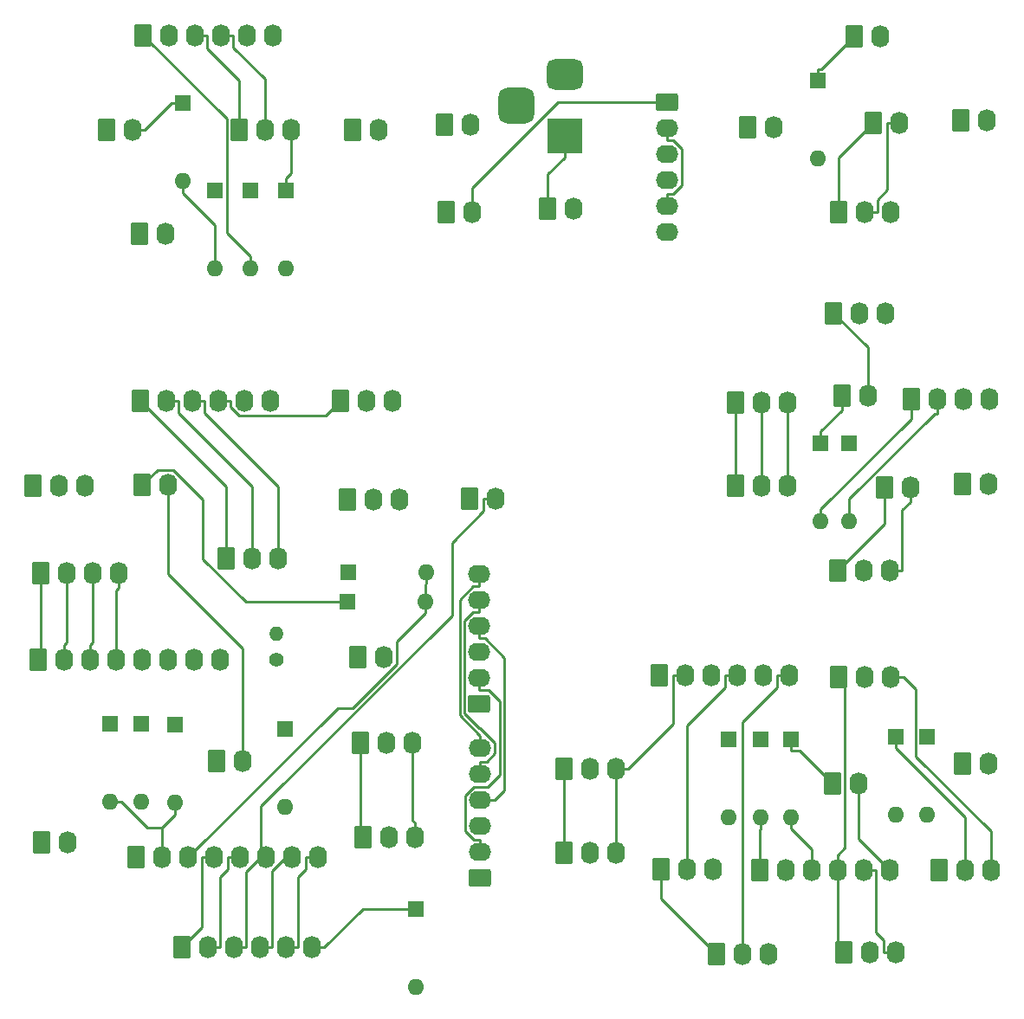
<source format=gbr>
G04 #@! TF.GenerationSoftware,KiCad,Pcbnew,8.0.7*
G04 #@! TF.CreationDate,2025-03-12T18:50:22+10:00*
G04 #@! TF.ProjectId,OH - Upper Mixed Small PCBs,4f48202d-2055-4707-9065-72204d697865,rev?*
G04 #@! TF.SameCoordinates,Original*
G04 #@! TF.FileFunction,Copper,L2,Bot*
G04 #@! TF.FilePolarity,Positive*
%FSLAX46Y46*%
G04 Gerber Fmt 4.6, Leading zero omitted, Abs format (unit mm)*
G04 Created by KiCad (PCBNEW 8.0.7) date 2025-03-12 18:50:22*
%MOMM*%
%LPD*%
G01*
G04 APERTURE LIST*
G04 Aperture macros list*
%AMRoundRect*
0 Rectangle with rounded corners*
0 $1 Rounding radius*
0 $2 $3 $4 $5 $6 $7 $8 $9 X,Y pos of 4 corners*
0 Add a 4 corners polygon primitive as box body*
4,1,4,$2,$3,$4,$5,$6,$7,$8,$9,$2,$3,0*
0 Add four circle primitives for the rounded corners*
1,1,$1+$1,$2,$3*
1,1,$1+$1,$4,$5*
1,1,$1+$1,$6,$7*
1,1,$1+$1,$8,$9*
0 Add four rect primitives between the rounded corners*
20,1,$1+$1,$2,$3,$4,$5,0*
20,1,$1+$1,$4,$5,$6,$7,0*
20,1,$1+$1,$6,$7,$8,$9,0*
20,1,$1+$1,$8,$9,$2,$3,0*%
G04 Aperture macros list end*
G04 #@! TA.AperFunction,ComponentPad*
%ADD10R,1.600000X1.600000*%
G04 #@! TD*
G04 #@! TA.AperFunction,ComponentPad*
%ADD11O,1.600000X1.600000*%
G04 #@! TD*
G04 #@! TA.AperFunction,ComponentPad*
%ADD12RoundRect,0.250000X-0.620000X-0.845000X0.620000X-0.845000X0.620000X0.845000X-0.620000X0.845000X0*%
G04 #@! TD*
G04 #@! TA.AperFunction,ComponentPad*
%ADD13O,1.740000X2.190000*%
G04 #@! TD*
G04 #@! TA.AperFunction,ComponentPad*
%ADD14C,1.400000*%
G04 #@! TD*
G04 #@! TA.AperFunction,ComponentPad*
%ADD15O,1.400000X1.400000*%
G04 #@! TD*
G04 #@! TA.AperFunction,ComponentPad*
%ADD16RoundRect,0.875000X-0.875000X0.875000X-0.875000X-0.875000X0.875000X-0.875000X0.875000X0.875000X0*%
G04 #@! TD*
G04 #@! TA.AperFunction,ComponentPad*
%ADD17RoundRect,0.750000X-1.000000X0.750000X-1.000000X-0.750000X1.000000X-0.750000X1.000000X0.750000X0*%
G04 #@! TD*
G04 #@! TA.AperFunction,ComponentPad*
%ADD18R,3.500000X3.500000*%
G04 #@! TD*
G04 #@! TA.AperFunction,ComponentPad*
%ADD19O,1.740000X2.200000*%
G04 #@! TD*
G04 #@! TA.AperFunction,ComponentPad*
%ADD20RoundRect,0.250000X-0.620000X-0.850000X0.620000X-0.850000X0.620000X0.850000X-0.620000X0.850000X0*%
G04 #@! TD*
G04 #@! TA.AperFunction,ComponentPad*
%ADD21O,2.200000X1.740000*%
G04 #@! TD*
G04 #@! TA.AperFunction,ComponentPad*
%ADD22RoundRect,0.250000X-0.850000X0.620000X-0.850000X-0.620000X0.850000X-0.620000X0.850000X0.620000X0*%
G04 #@! TD*
G04 #@! TA.AperFunction,ComponentPad*
%ADD23RoundRect,0.250000X0.850000X-0.620000X0.850000X0.620000X-0.850000X0.620000X-0.850000X-0.620000X0*%
G04 #@! TD*
G04 #@! TA.AperFunction,Conductor*
%ADD24C,0.250000*%
G04 #@! TD*
G04 APERTURE END LIST*
D10*
X116500000Y-60880000D03*
D11*
X116500000Y-68500000D03*
D10*
X126500000Y-69380000D03*
D11*
X126500000Y-77000000D03*
D12*
X121960000Y-63500000D03*
D13*
X124500000Y-63500000D03*
X127040000Y-63500000D03*
D12*
X109000000Y-63500000D03*
D13*
X111540000Y-63500000D03*
D14*
X125603000Y-115316000D03*
D15*
X125603000Y-112776000D03*
D16*
X149097000Y-61071500D03*
D17*
X153797000Y-58071500D03*
D18*
X153797000Y-64071500D03*
D19*
X154686000Y-71183500D03*
D20*
X152146000Y-71183500D03*
D21*
X163766000Y-73469500D03*
X163766000Y-70929500D03*
X163766000Y-68389500D03*
X163766000Y-65849500D03*
X163766000Y-63309500D03*
D22*
X163766000Y-60769500D03*
D19*
X144716000Y-71501000D03*
D20*
X142176000Y-71501000D03*
D19*
X144590000Y-62928500D03*
D20*
X142050000Y-62928500D03*
D19*
X195174000Y-98094800D03*
D20*
X192634000Y-98094800D03*
D19*
X187579000Y-98425000D03*
D20*
X185039000Y-98425000D03*
D19*
X195072000Y-62534800D03*
D20*
X192532000Y-62534800D03*
D19*
X186500000Y-62801500D03*
D20*
X183960000Y-62801500D03*
D19*
X115062000Y-98171000D03*
D20*
X112522000Y-98171000D03*
D19*
X147066000Y-99568000D03*
D20*
X144526000Y-99568000D03*
D11*
X140208000Y-109601000D03*
D10*
X132588000Y-109601000D03*
D11*
X140272000Y-106744000D03*
D10*
X132652000Y-106744000D03*
D19*
X125032000Y-89979500D03*
X122492000Y-89979500D03*
X119952000Y-89979500D03*
X117412000Y-89979500D03*
X114872000Y-89979500D03*
D20*
X112332000Y-89979500D03*
D19*
X137604000Y-99631500D03*
X135064000Y-99631500D03*
D20*
X132524000Y-99631500D03*
D19*
X125794000Y-105410000D03*
X123254000Y-105410000D03*
D20*
X120714000Y-105410000D03*
D19*
X136970000Y-89979500D03*
X134430000Y-89979500D03*
D20*
X131890000Y-89979500D03*
D19*
X106934000Y-98234500D03*
X104394000Y-98234500D03*
D20*
X101854000Y-98234500D03*
D19*
X183439000Y-89458800D03*
D20*
X180899000Y-89458800D03*
D19*
X185166000Y-81407000D03*
X182626000Y-81407000D03*
D20*
X180086000Y-81407000D03*
D19*
X129096000Y-143383000D03*
X126556000Y-143383000D03*
X124016000Y-143383000D03*
X121476000Y-143383000D03*
X118936000Y-143383000D03*
D20*
X116396000Y-143383000D03*
D19*
X138938000Y-123444000D03*
X136398000Y-123444000D03*
D20*
X133858000Y-123444000D03*
D19*
X122301000Y-125222000D03*
D20*
X119761000Y-125222000D03*
D19*
X105220000Y-133160000D03*
D20*
X102680000Y-133160000D03*
D19*
X139128000Y-132652000D03*
X136588000Y-132652000D03*
D20*
X134048000Y-132652000D03*
D19*
X186118000Y-143891000D03*
X183578000Y-143891000D03*
D20*
X181038000Y-143891000D03*
D19*
X195199000Y-125476000D03*
D20*
X192659000Y-125476000D03*
D19*
X185674000Y-116967000D03*
X183134000Y-116967000D03*
D20*
X180594000Y-116967000D03*
D19*
X182499000Y-127381000D03*
D20*
X179959000Y-127381000D03*
D19*
X195453000Y-135890000D03*
X192913000Y-135890000D03*
D20*
X190373000Y-135890000D03*
D19*
X135572000Y-63500000D03*
D20*
X133032000Y-63500000D03*
D19*
X114808000Y-73660000D03*
D20*
X112268000Y-73660000D03*
D19*
X184658000Y-54292500D03*
D20*
X182118000Y-54292500D03*
D19*
X175592000Y-98234500D03*
X173052000Y-98234500D03*
D20*
X170512000Y-98234500D03*
D19*
X173736000Y-144082000D03*
X171196000Y-144082000D03*
D20*
X168656000Y-144082000D03*
D19*
X158764000Y-134176000D03*
X156224000Y-134176000D03*
D20*
X153684000Y-134176000D03*
D19*
X168275000Y-135763000D03*
X165735000Y-135763000D03*
D20*
X163195000Y-135763000D03*
D19*
X158764000Y-125984000D03*
X156224000Y-125984000D03*
D20*
X153684000Y-125984000D03*
D19*
X175592000Y-90106500D03*
X173052000Y-90106500D03*
D20*
X170512000Y-90106500D03*
D19*
X185547000Y-106553000D03*
X183007000Y-106553000D03*
D20*
X180467000Y-106553000D03*
D19*
X195275000Y-89814400D03*
X192735000Y-89814400D03*
X190195000Y-89814400D03*
D20*
X187655000Y-89814400D03*
D19*
X129667000Y-134620000D03*
X127127000Y-134620000D03*
X124587000Y-134620000D03*
X122047000Y-134620000D03*
X119507000Y-134620000D03*
X116967000Y-134620000D03*
X114427000Y-134620000D03*
D20*
X111887000Y-134620000D03*
D19*
X120078000Y-115316000D03*
X117538000Y-115316000D03*
X114998000Y-115316000D03*
X112458000Y-115316000D03*
X109918000Y-115316000D03*
X107378000Y-115316000D03*
X104838000Y-115316000D03*
D20*
X102298000Y-115316000D03*
D21*
X145542000Y-123952000D03*
X145542000Y-126492000D03*
X145542000Y-129032000D03*
X145542000Y-131572000D03*
X145542000Y-134112000D03*
D23*
X145542000Y-136652000D03*
D19*
X110236000Y-106807000D03*
X107696000Y-106807000D03*
X105156000Y-106807000D03*
D20*
X102616000Y-106807000D03*
D19*
X136080000Y-114998000D03*
D20*
X133540000Y-114998000D03*
D19*
X185547000Y-135826000D03*
X183007000Y-135826000D03*
X180467000Y-135826000D03*
X177927000Y-135826000D03*
X175387000Y-135826000D03*
D20*
X172847000Y-135826000D03*
D21*
X145415000Y-106934000D03*
X145415000Y-109474000D03*
X145415000Y-112014000D03*
X145415000Y-114554000D03*
X145415000Y-117094000D03*
D23*
X145415000Y-119634000D03*
D19*
X185674000Y-71501000D03*
X183134000Y-71501000D03*
D20*
X180594000Y-71501000D03*
D19*
X174244000Y-63246000D03*
D20*
X171704000Y-63246000D03*
D19*
X125286000Y-54229000D03*
X122746000Y-54229000D03*
X120206000Y-54229000D03*
X117666000Y-54229000D03*
X115126000Y-54229000D03*
D20*
X112586000Y-54229000D03*
D19*
X175768000Y-116776000D03*
X173228000Y-116776000D03*
X170688000Y-116776000D03*
X168148000Y-116776000D03*
X165608000Y-116776000D03*
D20*
X163068000Y-116776000D03*
D11*
X181610000Y-101727000D03*
D10*
X181610000Y-94107000D03*
D11*
X178816000Y-101727000D03*
D10*
X178816000Y-94107000D03*
D11*
X139256000Y-147256000D03*
D10*
X139256000Y-139636000D03*
D11*
X112395000Y-129159000D03*
D10*
X112395000Y-121539000D03*
D11*
X115697000Y-129286000D03*
D10*
X115697000Y-121666000D03*
D11*
X109347000Y-129159000D03*
D10*
X109347000Y-121539000D03*
D11*
X126492000Y-129667000D03*
D10*
X126492000Y-122047000D03*
D11*
X189230000Y-130429000D03*
D10*
X189230000Y-122809000D03*
D11*
X169801000Y-130683000D03*
D10*
X169801000Y-123063000D03*
D11*
X172974000Y-130683000D03*
D10*
X172974000Y-123063000D03*
D11*
X175895000Y-130683000D03*
D10*
X175895000Y-123063000D03*
D11*
X186182000Y-130429000D03*
D10*
X186182000Y-122809000D03*
D11*
X178562000Y-66294000D03*
D10*
X178562000Y-58674000D03*
D11*
X123067000Y-77000000D03*
D10*
X123067000Y-69380000D03*
D11*
X119634000Y-77000000D03*
D10*
X119634000Y-69380000D03*
D24*
X112753300Y-63500000D02*
X115373300Y-60880000D01*
X111540000Y-63500000D02*
X112753300Y-63500000D01*
X116500000Y-60880000D02*
X115373300Y-60880000D01*
X127040000Y-67713300D02*
X126500000Y-68253300D01*
X127040000Y-63500000D02*
X127040000Y-67713300D01*
X126500000Y-69380000D02*
X126500000Y-68253300D01*
X144716000Y-69148000D02*
X144716000Y-71501000D01*
X153094500Y-60769500D02*
X144716000Y-69148000D01*
X163766000Y-60769500D02*
X153094500Y-60769500D01*
X170512000Y-90106500D02*
X170512000Y-98234500D01*
X173052000Y-90106500D02*
X173052000Y-98234500D01*
X175592000Y-90106500D02*
X175592000Y-98234500D01*
X114872000Y-89979500D02*
X116068700Y-89979500D01*
X123254000Y-98361500D02*
X123254000Y-105410000D01*
X116068700Y-91176200D02*
X123254000Y-98361500D01*
X116068700Y-89979500D02*
X116068700Y-91176200D01*
X118608700Y-91176200D02*
X118608700Y-89979500D01*
X125794000Y-98361500D02*
X118608700Y-91176200D01*
X125794000Y-105410000D02*
X125794000Y-98361500D01*
X117412000Y-89979500D02*
X118608700Y-89979500D01*
X120714000Y-98361500D02*
X120714000Y-105410000D01*
X112332000Y-89979500D02*
X120714000Y-98361500D01*
X121148700Y-90577900D02*
X121148700Y-89979500D01*
X122005600Y-91434800D02*
X121148700Y-90577900D01*
X130434700Y-91434800D02*
X122005600Y-91434800D01*
X131890000Y-89979500D02*
X130434700Y-91434800D01*
X119952000Y-89979500D02*
X121148700Y-89979500D01*
X107696000Y-113571300D02*
X107696000Y-106807000D01*
X107378000Y-113889300D02*
X107696000Y-113571300D01*
X107378000Y-115316000D02*
X107378000Y-113889300D01*
X102616000Y-114998000D02*
X102616000Y-106807000D01*
X102298000Y-115316000D02*
X102616000Y-114998000D01*
X105156000Y-113571300D02*
X105156000Y-106807000D01*
X104838000Y-113889300D02*
X105156000Y-113571300D01*
X104838000Y-115316000D02*
X104838000Y-113889300D01*
X109918000Y-108551700D02*
X110236000Y-108233700D01*
X109918000Y-115316000D02*
X109918000Y-108551700D01*
X110236000Y-106807000D02*
X110236000Y-108233700D01*
X144943700Y-132915300D02*
X145542000Y-132915300D01*
X144076300Y-132047900D02*
X144943700Y-132915300D01*
X144076300Y-128564300D02*
X144076300Y-132047900D01*
X144878600Y-127762000D02*
X144076300Y-128564300D01*
X146259900Y-127762000D02*
X144878600Y-127762000D01*
X147431400Y-126590500D02*
X146259900Y-127762000D01*
X147431400Y-119334800D02*
X147431400Y-126590500D01*
X146387300Y-118290700D02*
X147431400Y-119334800D01*
X145415000Y-118290700D02*
X146387300Y-118290700D01*
X145415000Y-117094000D02*
X145415000Y-118290700D01*
X145542000Y-134112000D02*
X145542000Y-132915300D01*
X152146000Y-67799200D02*
X153797000Y-66148200D01*
X152146000Y-71183500D02*
X152146000Y-67799200D01*
X153797000Y-64071500D02*
X153797000Y-66148200D01*
X164364300Y-69732800D02*
X163766000Y-69732800D01*
X165209900Y-68887200D02*
X164364300Y-69732800D01*
X165209900Y-65351800D02*
X165209900Y-68887200D01*
X164364300Y-64506200D02*
X165209900Y-65351800D01*
X163766000Y-64506200D02*
X164364300Y-64506200D01*
X163766000Y-63309500D02*
X163766000Y-64506200D01*
X163766000Y-70929500D02*
X163766000Y-69732800D01*
X180594000Y-66167500D02*
X183960000Y-62801500D01*
X180594000Y-71501000D02*
X180594000Y-66167500D01*
X185303300Y-69331700D02*
X185303300Y-62801500D01*
X184330700Y-70304300D02*
X185303300Y-69331700D01*
X184330700Y-71501000D02*
X184330700Y-70304300D01*
X186500000Y-62801500D02*
X185303300Y-62801500D01*
X183134000Y-71501000D02*
X184330700Y-71501000D01*
X145542000Y-129032000D02*
X146968700Y-129032000D01*
X145415000Y-112014000D02*
X145415000Y-113210700D01*
X146013300Y-113210700D02*
X145415000Y-113210700D01*
X147890800Y-115088200D02*
X146013300Y-113210700D01*
X147890800Y-128109900D02*
X147890800Y-115088200D01*
X146968700Y-129032000D02*
X147890800Y-128109900D01*
X145415000Y-109474000D02*
X145415000Y-110670700D01*
X145542000Y-126492000D02*
X145542000Y-125295300D01*
X146140300Y-125295300D02*
X145542000Y-125295300D01*
X146972000Y-124463600D02*
X146140300Y-125295300D01*
X146972000Y-123394300D02*
X146972000Y-124463600D01*
X145530500Y-121952800D02*
X146972000Y-123394300D01*
X145412600Y-121952800D02*
X145530500Y-121952800D01*
X143980100Y-120520300D02*
X145412600Y-121952800D01*
X143980100Y-111507200D02*
X143980100Y-120520300D01*
X144816600Y-110670700D02*
X143980100Y-111507200D01*
X145415000Y-110670700D02*
X144816600Y-110670700D01*
X145415000Y-106934000D02*
X145415000Y-108130700D01*
X145542000Y-123952000D02*
X145542000Y-122755300D01*
X143519700Y-120733000D02*
X145542000Y-122755300D01*
X143519700Y-109427600D02*
X143519700Y-120733000D01*
X144816600Y-108130700D02*
X143519700Y-109427600D01*
X145415000Y-108130700D02*
X144816600Y-108130700D01*
X183439000Y-84760000D02*
X180086000Y-81407000D01*
X183439000Y-89458800D02*
X183439000Y-84760000D01*
X118310300Y-141468700D02*
X116396000Y-143383000D01*
X118310300Y-134620000D02*
X118310300Y-141468700D01*
X119507000Y-134620000D02*
X118310300Y-134620000D01*
X133858000Y-132462000D02*
X133858000Y-123444000D01*
X134048000Y-132652000D02*
X133858000Y-132462000D01*
X120132700Y-136534300D02*
X120132700Y-143383000D01*
X120850300Y-135816700D02*
X120132700Y-136534300D01*
X120850300Y-134620000D02*
X120850300Y-135816700D01*
X118936000Y-143383000D02*
X120132700Y-143383000D01*
X122047000Y-134620000D02*
X120850300Y-134620000D01*
X138938000Y-131035300D02*
X138938000Y-123444000D01*
X139128000Y-131225300D02*
X138938000Y-131035300D01*
X139128000Y-132652000D02*
X139128000Y-131225300D01*
X124587000Y-134620000D02*
X124117900Y-134620000D01*
X147066000Y-99568000D02*
X145869300Y-99568000D01*
X122672700Y-136065200D02*
X122672700Y-143383000D01*
X124117900Y-134620000D02*
X122672700Y-136065200D01*
X121476000Y-143383000D02*
X122672700Y-143383000D01*
X145869300Y-100764700D02*
X145869300Y-99568000D01*
X142774000Y-103860000D02*
X145869300Y-100764700D01*
X142774000Y-110955200D02*
X142774000Y-103860000D01*
X124117900Y-129611300D02*
X142774000Y-110955200D01*
X124117900Y-134620000D02*
X124117900Y-129611300D01*
X127127000Y-134620000D02*
X126528700Y-134620000D01*
X115062000Y-106924300D02*
X115062000Y-98171000D01*
X122301000Y-114163300D02*
X115062000Y-106924300D01*
X122301000Y-125222000D02*
X122301000Y-114163300D01*
X124016000Y-143383000D02*
X125212700Y-143383000D01*
X125212700Y-135936000D02*
X125212700Y-143383000D01*
X126528700Y-134620000D02*
X125212700Y-135936000D01*
X127752700Y-136534300D02*
X127752700Y-143383000D01*
X128470300Y-135816700D02*
X127752700Y-136534300D01*
X128470300Y-134620000D02*
X128470300Y-135816700D01*
X126556000Y-143383000D02*
X127752700Y-143383000D01*
X129667000Y-134620000D02*
X128470300Y-134620000D01*
X180467000Y-143320000D02*
X180467000Y-135826000D01*
X181038000Y-143891000D02*
X180467000Y-143320000D01*
X181166500Y-117539500D02*
X180594000Y-116967000D01*
X181166500Y-133699800D02*
X181166500Y-117539500D01*
X180467000Y-134399300D02*
X181166500Y-133699800D01*
X180467000Y-135826000D02*
X180467000Y-134399300D01*
X183007000Y-135826000D02*
X184203700Y-135826000D01*
X184203700Y-141976700D02*
X184203700Y-135826000D01*
X184921300Y-142694300D02*
X184203700Y-141976700D01*
X184921300Y-143891000D02*
X184921300Y-142694300D01*
X186118000Y-143891000D02*
X184921300Y-143891000D01*
X188103300Y-118199600D02*
X186870700Y-116967000D01*
X188103300Y-124735700D02*
X188103300Y-118199600D01*
X195453000Y-132085400D02*
X188103300Y-124735700D01*
X195453000Y-135890000D02*
X195453000Y-132085400D01*
X185674000Y-116967000D02*
X186870700Y-116967000D01*
X182499000Y-132778000D02*
X182499000Y-127381000D01*
X185547000Y-135826000D02*
X182499000Y-132778000D01*
X180899000Y-90897300D02*
X180899000Y-89458800D01*
X178816000Y-92980300D02*
X180899000Y-90897300D01*
X178816000Y-94107000D02*
X178816000Y-92980300D01*
X117666000Y-54229000D02*
X118862700Y-54229000D01*
X121960000Y-58637100D02*
X121960000Y-63500000D01*
X118862700Y-55539800D02*
X121960000Y-58637100D01*
X118862700Y-54229000D02*
X118862700Y-55539800D01*
X124500000Y-58523000D02*
X124500000Y-63500000D01*
X121402700Y-55425700D02*
X124500000Y-58523000D01*
X121402700Y-54229000D02*
X121402700Y-55425700D01*
X120206000Y-54229000D02*
X121402700Y-54229000D01*
X153684000Y-125984000D02*
X153684000Y-134176000D01*
X163195000Y-138621000D02*
X168656000Y-144082000D01*
X163195000Y-135763000D02*
X163195000Y-138621000D01*
X158764000Y-125984000D02*
X158764000Y-134176000D01*
X164411300Y-121533400D02*
X164411300Y-116776000D01*
X159960700Y-125984000D02*
X164411300Y-121533400D01*
X158764000Y-125984000D02*
X159960700Y-125984000D01*
X165608000Y-116776000D02*
X164411300Y-116776000D01*
X170688000Y-116776000D02*
X169491300Y-116776000D01*
X169491300Y-117972700D02*
X169491300Y-116776000D01*
X165735000Y-121729000D02*
X169491300Y-117972700D01*
X165735000Y-135763000D02*
X165735000Y-121729000D01*
X174571300Y-117972700D02*
X174571300Y-116776000D01*
X171196000Y-121348000D02*
X174571300Y-117972700D01*
X171196000Y-144082000D02*
X171196000Y-121348000D01*
X175768000Y-116776000D02*
X174571300Y-116776000D01*
X186743700Y-100687000D02*
X187579000Y-99851700D01*
X186743700Y-106553000D02*
X186743700Y-100687000D01*
X185547000Y-106553000D02*
X186743700Y-106553000D01*
X187579000Y-98425000D02*
X187579000Y-99851700D01*
X185039000Y-101981000D02*
X185039000Y-98425000D01*
X180467000Y-106553000D02*
X185039000Y-101981000D01*
X122610400Y-109601000D02*
X132588000Y-109601000D01*
X118446000Y-105436600D02*
X122610400Y-109601000D01*
X118446000Y-99597600D02*
X118446000Y-105436600D01*
X115569100Y-96720700D02*
X118446000Y-99597600D01*
X113972300Y-96720700D02*
X115569100Y-96720700D01*
X112522000Y-98171000D02*
X113972300Y-96720700D01*
X181610000Y-99564800D02*
X181610000Y-101727000D01*
X189933700Y-91241100D02*
X181610000Y-99564800D01*
X190195000Y-91241100D02*
X189933700Y-91241100D01*
X190195000Y-89814400D02*
X190195000Y-91241100D01*
X187655000Y-91761300D02*
X178816000Y-100600300D01*
X187655000Y-89814400D02*
X187655000Y-91761300D01*
X178816000Y-101727000D02*
X178816000Y-100600300D01*
X134039700Y-139636000D02*
X130292700Y-143383000D01*
X139256000Y-139636000D02*
X134039700Y-139636000D01*
X129096000Y-143383000D02*
X130292700Y-143383000D01*
X140208000Y-107934700D02*
X140208000Y-109601000D01*
X140272000Y-107870700D02*
X140208000Y-107934700D01*
X140272000Y-106744000D02*
X140272000Y-107870700D01*
X137389000Y-113546700D02*
X140208000Y-110727700D01*
X137389000Y-115701400D02*
X137389000Y-113546700D01*
X133091200Y-119999200D02*
X137389000Y-115701400D01*
X131587800Y-119999200D02*
X133091200Y-119999200D01*
X116967000Y-134620000D02*
X131587800Y-119999200D01*
X140208000Y-109601000D02*
X140208000Y-110727700D01*
X115697000Y-129286000D02*
X115697000Y-130412700D01*
X112997400Y-131682700D02*
X110473700Y-129159000D01*
X114427000Y-131682700D02*
X112997400Y-131682700D01*
X114427000Y-134620000D02*
X114427000Y-131682700D01*
X114427000Y-131682700D02*
X115697000Y-130412700D01*
X109347000Y-129159000D02*
X110473700Y-129159000D01*
X172847000Y-131936700D02*
X172847000Y-135826000D01*
X172974000Y-131809700D02*
X172847000Y-131936700D01*
X172974000Y-130683000D02*
X172974000Y-131809700D01*
X176767700Y-124189700D02*
X179959000Y-127381000D01*
X175895000Y-124189700D02*
X176767700Y-124189700D01*
X175895000Y-123063000D02*
X175895000Y-124189700D01*
X186182000Y-122809000D02*
X186182000Y-123935700D01*
X192913000Y-130666700D02*
X192913000Y-135890000D01*
X186182000Y-123935700D02*
X192913000Y-130666700D01*
X177927000Y-133841700D02*
X177927000Y-135826000D01*
X175895000Y-131809700D02*
X177927000Y-133841700D01*
X175895000Y-130683000D02*
X175895000Y-131809700D01*
X178863200Y-57547300D02*
X182118000Y-54292500D01*
X178562000Y-57547300D02*
X178863200Y-57547300D01*
X178562000Y-58674000D02*
X178562000Y-57547300D01*
X120760700Y-73567000D02*
X123067000Y-75873300D01*
X120760700Y-62403700D02*
X120760700Y-73567000D01*
X112586000Y-54229000D02*
X120760700Y-62403700D01*
X123067000Y-77000000D02*
X123067000Y-75873300D01*
X119634000Y-72760700D02*
X116500000Y-69626700D01*
X119634000Y-77000000D02*
X119634000Y-72760700D01*
X116500000Y-68500000D02*
X116500000Y-69626700D01*
M02*

</source>
